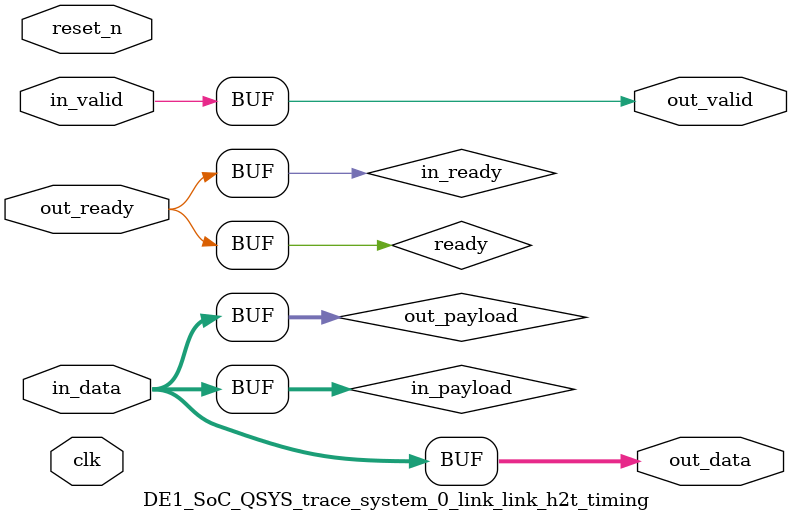
<source format=v>

`timescale 1ns / 100ps
module DE1_SoC_QSYS_trace_system_0_link_link_h2t_timing (
    
      // Interface: clk
      input              clk,
      // Interface: reset
      input              reset_n,
      // Interface: in
      input              in_valid,
      input      [ 7: 0] in_data,
      // Interface: out
      output reg         out_valid,
      output reg [ 7: 0] out_data,
      input              out_ready
);




   // ---------------------------------------------------------------------
   //| Signal Declarations
   // ---------------------------------------------------------------------

   reg  [ 7: 0] in_payload;
   reg  [ 7: 0] out_payload;
   reg  [ 0: 0] ready;
   reg          in_ready;
   // synthesis translate_off
   always @(negedge in_ready) begin
      $display("%m: The downstream component is backpressuring by deasserting ready, but the upstream component can't be backpressured.");
   end
   // synthesis translate_on   


   // ---------------------------------------------------------------------
   //| Payload Mapping
   // ---------------------------------------------------------------------
   always @* begin
     in_payload = {in_data};
     {out_data} = out_payload;
   end

   // ---------------------------------------------------------------------
   //| Ready & valid signals.
   // ---------------------------------------------------------------------
   always @* begin
     ready[0] = out_ready;
     out_valid = in_valid;
     out_payload = in_payload;
     in_ready = ready[0];
   end




endmodule


</source>
